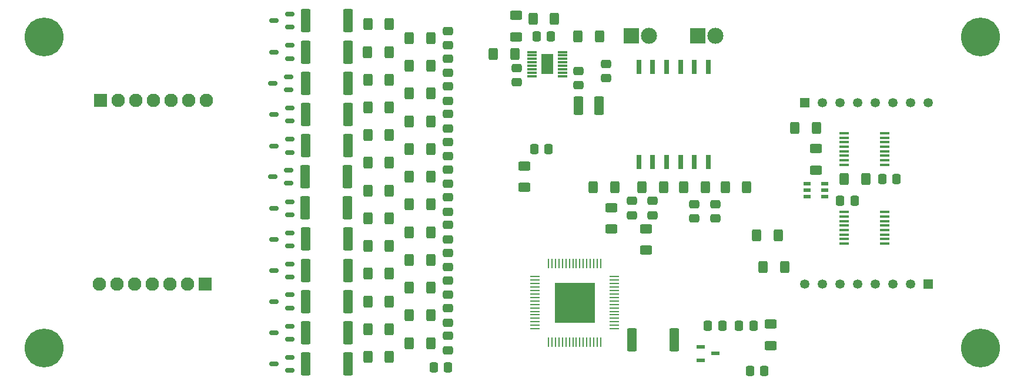
<source format=gbr>
%TF.GenerationSoftware,KiCad,Pcbnew,9.0.2*%
%TF.CreationDate,2025-05-28T14:54:03+02:00*%
%TF.ProjectId,BMS_13,424d535f-3133-42e6-9b69-6361645f7063,rev?*%
%TF.SameCoordinates,Original*%
%TF.FileFunction,Soldermask,Top*%
%TF.FilePolarity,Negative*%
%FSLAX46Y46*%
G04 Gerber Fmt 4.6, Leading zero omitted, Abs format (unit mm)*
G04 Created by KiCad (PCBNEW 9.0.2) date 2025-05-28 14:54:03*
%MOMM*%
%LPD*%
G01*
G04 APERTURE LIST*
G04 Aperture macros list*
%AMRoundRect*
0 Rectangle with rounded corners*
0 $1 Rounding radius*
0 $2 $3 $4 $5 $6 $7 $8 $9 X,Y pos of 4 corners*
0 Add a 4 corners polygon primitive as box body*
4,1,4,$2,$3,$4,$5,$6,$7,$8,$9,$2,$3,0*
0 Add four circle primitives for the rounded corners*
1,1,$1+$1,$2,$3*
1,1,$1+$1,$4,$5*
1,1,$1+$1,$6,$7*
1,1,$1+$1,$8,$9*
0 Add four rect primitives between the rounded corners*
20,1,$1+$1,$2,$3,$4,$5,0*
20,1,$1+$1,$4,$5,$6,$7,0*
20,1,$1+$1,$6,$7,$8,$9,0*
20,1,$1+$1,$8,$9,$2,$3,0*%
G04 Aperture macros list end*
%ADD10R,2.325000X2.325000*%
%ADD11C,2.325000*%
%ADD12RoundRect,0.250000X-0.475000X0.337500X-0.475000X-0.337500X0.475000X-0.337500X0.475000X0.337500X0*%
%ADD13RoundRect,0.250000X-0.400000X-0.625000X0.400000X-0.625000X0.400000X0.625000X-0.400000X0.625000X0*%
%ADD14RoundRect,0.250001X-0.462499X-1.074999X0.462499X-1.074999X0.462499X1.074999X-0.462499X1.074999X0*%
%ADD15RoundRect,0.250000X0.400000X0.625000X-0.400000X0.625000X-0.400000X-0.625000X0.400000X-0.625000X0*%
%ADD16RoundRect,0.249999X0.450001X1.425001X-0.450001X1.425001X-0.450001X-1.425001X0.450001X-1.425001X0*%
%ADD17R,1.475000X0.450000*%
%ADD18RoundRect,0.250000X0.625000X-0.400000X0.625000X0.400000X-0.625000X0.400000X-0.625000X-0.400000X0*%
%ADD19RoundRect,0.150000X0.512500X0.150000X-0.512500X0.150000X-0.512500X-0.150000X0.512500X-0.150000X0*%
%ADD20RoundRect,0.250000X-0.337500X-0.475000X0.337500X-0.475000X0.337500X0.475000X-0.337500X0.475000X0*%
%ADD21RoundRect,0.250000X-0.625000X0.400000X-0.625000X-0.400000X0.625000X-0.400000X0.625000X0.400000X0*%
%ADD22RoundRect,0.250000X0.475000X-0.337500X0.475000X0.337500X-0.475000X0.337500X-0.475000X-0.337500X0*%
%ADD23C,5.600000*%
%ADD24R,1.050000X0.550000*%
%ADD25R,0.279400X1.346200*%
%ADD26R,1.346200X0.279400*%
%ADD27R,5.791200X5.791200*%
%ADD28RoundRect,0.250000X0.337500X0.475000X-0.337500X0.475000X-0.337500X-0.475000X0.337500X-0.475000X0*%
%ADD29R,1.350000X1.350000*%
%ADD30C,1.350000*%
%ADD31R,1.300000X0.600000*%
%ADD32R,1.425000X0.300000*%
%ADD33R,1.753000X2.947000*%
%ADD34R,1.950000X1.950000*%
%ADD35C,1.950000*%
%ADD36R,0.800000X2.010000*%
%ADD37RoundRect,0.249999X-0.450001X-1.425001X0.450001X-1.425001X0.450001X1.425001X-0.450001X1.425001X0*%
G04 APERTURE END LIST*
D10*
%TO.C,J3*%
X163000000Y-68155000D03*
D11*
X165540000Y-68155000D03*
%TD*%
D12*
%TO.C,C15*%
X127000000Y-95462500D03*
X127000000Y-97537500D03*
%TD*%
D13*
%TO.C,R38*%
X115450000Y-74500000D03*
X118550000Y-74500000D03*
%TD*%
D14*
%TO.C,L1*%
X145800500Y-78250000D03*
X148775500Y-78250000D03*
%TD*%
D13*
%TO.C,R32*%
X115450000Y-82500000D03*
X118550000Y-82500000D03*
%TD*%
D15*
%TO.C,R7*%
X174550000Y-97000000D03*
X171450000Y-97000000D03*
%TD*%
%TO.C,R69*%
X175500000Y-101500000D03*
X172400000Y-101500000D03*
%TD*%
D13*
%TO.C,R24*%
X121450000Y-96500000D03*
X124550000Y-96500000D03*
%TD*%
%TO.C,R23*%
X115450000Y-94500000D03*
X118550000Y-94500000D03*
%TD*%
D16*
%TO.C,R46*%
X112600000Y-115500000D03*
X106500000Y-115500000D03*
%TD*%
D17*
%TO.C,IC3*%
X189938000Y-98150000D03*
X189938000Y-97500000D03*
X189938000Y-96850000D03*
X189938000Y-96200000D03*
X189938000Y-95550000D03*
X189938000Y-94900000D03*
X189938000Y-94250000D03*
X189938000Y-93600000D03*
X184062000Y-93600000D03*
X184062000Y-94250000D03*
X184062000Y-94900000D03*
X184062000Y-95550000D03*
X184062000Y-96200000D03*
X184062000Y-96850000D03*
X184062000Y-97500000D03*
X184062000Y-98150000D03*
%TD*%
D18*
%TO.C,R70*%
X173500000Y-112850000D03*
X173500000Y-109750000D03*
%TD*%
D12*
%TO.C,C18*%
X127000000Y-83462500D03*
X127000000Y-85537500D03*
%TD*%
D13*
%TO.C,R12*%
X121450000Y-108500000D03*
X124550000Y-108500000D03*
%TD*%
D19*
%TO.C,Q11*%
X104187500Y-66900000D03*
X104187500Y-65000000D03*
X101912500Y-65950000D03*
%TD*%
D20*
%TO.C,C1*%
X139750500Y-68250000D03*
X141825500Y-68250000D03*
%TD*%
D21*
%TO.C,R51*%
X138000000Y-86950000D03*
X138000000Y-90050000D03*
%TD*%
D22*
%TO.C,C9*%
X162500000Y-94537500D03*
X162500000Y-92462500D03*
%TD*%
D23*
%TO.C,H4*%
X203700000Y-113200000D03*
%TD*%
D12*
%TO.C,C12*%
X127000000Y-107462500D03*
X127000000Y-109537500D03*
%TD*%
D13*
%TO.C,R44*%
X115450000Y-66500000D03*
X118550000Y-66500000D03*
%TD*%
D12*
%TO.C,C17*%
X127000000Y-87462500D03*
X127000000Y-89537500D03*
%TD*%
D13*
%TO.C,R15*%
X115450000Y-110500000D03*
X118550000Y-110500000D03*
%TD*%
%TO.C,R27*%
X121450000Y-92500000D03*
X124550000Y-92500000D03*
%TD*%
D24*
%TO.C,IC2*%
X181300000Y-91400000D03*
X181300000Y-90450000D03*
X181300000Y-89500000D03*
X178700000Y-89500000D03*
X178700000Y-90450000D03*
X178700000Y-91400000D03*
%TD*%
D22*
%TO.C,C2*%
X149750000Y-74287500D03*
X149750000Y-72212500D03*
%TD*%
D18*
%TO.C,R49*%
X150500000Y-96050000D03*
X150500000Y-92950000D03*
%TD*%
D12*
%TO.C,C23*%
X127000000Y-111462500D03*
X127000000Y-113537500D03*
%TD*%
D15*
%TO.C,R52*%
X187183538Y-88818599D03*
X184083538Y-88818599D03*
%TD*%
D16*
%TO.C,R43*%
X112600000Y-66000000D03*
X106500000Y-66000000D03*
%TD*%
D20*
%TO.C,C25*%
X139425000Y-84500000D03*
X141500000Y-84500000D03*
%TD*%
D16*
%TO.C,R19*%
X112600000Y-102000000D03*
X106500000Y-102000000D03*
%TD*%
%TO.C,R31*%
X112600000Y-84000000D03*
X106500000Y-84000000D03*
%TD*%
D13*
%TO.C,R3*%
X145738000Y-68250000D03*
X148838000Y-68250000D03*
%TD*%
D25*
%TO.C,U1*%
X149000000Y-101000000D03*
X148500001Y-101000000D03*
X148000000Y-101000000D03*
X147500001Y-101000000D03*
X146999999Y-101000000D03*
X146500000Y-101000000D03*
X146000001Y-101000000D03*
X145500000Y-101000000D03*
X145000000Y-101000000D03*
X144499999Y-101000000D03*
X144000000Y-101000000D03*
X143500001Y-101000000D03*
X142999999Y-101000000D03*
X142500000Y-101000000D03*
X141999999Y-101000000D03*
X141500000Y-101000000D03*
D26*
X139573100Y-102926900D03*
X139573100Y-103426899D03*
X139573100Y-103926900D03*
X139573100Y-104426899D03*
X139573100Y-104926901D03*
X139573100Y-105426900D03*
X139573100Y-105926899D03*
X139573100Y-106426900D03*
X139573100Y-106926900D03*
X139573100Y-107426901D03*
X139573100Y-107926900D03*
X139573100Y-108426899D03*
X139573100Y-108926901D03*
X139573100Y-109426900D03*
X139573100Y-109926901D03*
X139573100Y-110426900D03*
D25*
X141500000Y-112353800D03*
X141999999Y-112353800D03*
X142500000Y-112353800D03*
X142999999Y-112353800D03*
X143500001Y-112353800D03*
X144000000Y-112353800D03*
X144499999Y-112353800D03*
X145000000Y-112353800D03*
X145500000Y-112353800D03*
X146000001Y-112353800D03*
X146500000Y-112353800D03*
X146999999Y-112353800D03*
X147500001Y-112353800D03*
X148000000Y-112353800D03*
X148500001Y-112353800D03*
X149000000Y-112353800D03*
D26*
X150926900Y-110426900D03*
X150926900Y-109926901D03*
X150926900Y-109426900D03*
X150926900Y-108926901D03*
X150926900Y-108426899D03*
X150926900Y-107926900D03*
X150926900Y-107426901D03*
X150926900Y-106926900D03*
X150926900Y-106426900D03*
X150926900Y-105926899D03*
X150926900Y-105426900D03*
X150926900Y-104926901D03*
X150926900Y-104426899D03*
X150926900Y-103926900D03*
X150926900Y-103426899D03*
X150926900Y-102926900D03*
D27*
X145250000Y-106676900D03*
%TD*%
D28*
%TO.C,C11*%
X166500000Y-110000000D03*
X164425000Y-110000000D03*
%TD*%
D12*
%TO.C,C13*%
X127000000Y-103462500D03*
X127000000Y-105537500D03*
%TD*%
D13*
%TO.C,R30*%
X121450000Y-88500000D03*
X124550000Y-88500000D03*
%TD*%
D29*
%TO.C,J5*%
X178400000Y-77800000D03*
D30*
X180940000Y-77800000D03*
X183480000Y-77800000D03*
X186020000Y-77800000D03*
X188560000Y-77800000D03*
X191100000Y-77800000D03*
X193640000Y-77800000D03*
X196180000Y-77800000D03*
%TD*%
D16*
%TO.C,R22*%
X112600000Y-97500000D03*
X106500000Y-97500000D03*
%TD*%
D15*
%TO.C,R11*%
X164050000Y-90000000D03*
X160950000Y-90000000D03*
%TD*%
D12*
%TO.C,C22*%
X127000000Y-67462500D03*
X127000000Y-69537500D03*
%TD*%
D13*
%TO.C,R42*%
X121450000Y-72500000D03*
X124550000Y-72500000D03*
%TD*%
D28*
%TO.C,C10*%
X171000000Y-110000000D03*
X168925000Y-110000000D03*
%TD*%
D13*
%TO.C,R48*%
X121450000Y-112500000D03*
X124550000Y-112500000D03*
%TD*%
D28*
%TO.C,C24*%
X127037500Y-116000000D03*
X124962500Y-116000000D03*
%TD*%
D12*
%TO.C,C14*%
X127000000Y-99462500D03*
X127000000Y-101537500D03*
%TD*%
D19*
%TO.C,Q6*%
X104050000Y-89450000D03*
X104050000Y-87550000D03*
X101775000Y-88500000D03*
%TD*%
D15*
%TO.C,R10*%
X170050000Y-90000000D03*
X166950000Y-90000000D03*
%TD*%
D23*
%TO.C,H3*%
X203700000Y-68300000D03*
%TD*%
D13*
%TO.C,R29*%
X115450000Y-86500000D03*
X118550000Y-86500000D03*
%TD*%
D19*
%TO.C,Q9*%
X104050000Y-76000000D03*
X104050000Y-74100000D03*
X101775000Y-75050000D03*
%TD*%
D13*
%TO.C,R26*%
X115450000Y-90500000D03*
X118550000Y-90500000D03*
%TD*%
D19*
%TO.C,Q4*%
X104187500Y-98500000D03*
X104187500Y-96600000D03*
X101912500Y-97550000D03*
%TD*%
%TO.C,Q3*%
X104187500Y-103000000D03*
X104187500Y-101100000D03*
X101912500Y-102050000D03*
%TD*%
D16*
%TO.C,R28*%
X112550000Y-88500000D03*
X106450000Y-88500000D03*
%TD*%
D13*
%TO.C,R17*%
X115450000Y-102500000D03*
X118550000Y-102500000D03*
%TD*%
%TO.C,R4*%
X133562465Y-70768955D03*
X136662465Y-70768955D03*
%TD*%
D31*
%TO.C,Q18*%
X163400000Y-113050000D03*
X163400000Y-114950000D03*
X165500000Y-114000000D03*
%TD*%
D32*
%TO.C,IC1*%
X139076000Y-70500000D03*
X139076000Y-71000000D03*
X139076000Y-71500000D03*
X139076000Y-72000000D03*
X139076000Y-72500000D03*
X139076000Y-73000000D03*
X139076000Y-73500000D03*
X139076000Y-74000000D03*
X143500000Y-74000000D03*
X143500000Y-73500000D03*
X143500000Y-73000000D03*
X143500000Y-72500000D03*
X143500000Y-72000000D03*
X143500000Y-71500000D03*
X143500000Y-71000000D03*
X143500000Y-70500000D03*
D33*
X141288000Y-72250000D03*
%TD*%
D28*
%TO.C,C32*%
X172575000Y-116500000D03*
X170500000Y-116500000D03*
%TD*%
D13*
%TO.C,R8*%
X147950000Y-90000000D03*
X151050000Y-90000000D03*
%TD*%
%TO.C,R39*%
X121450000Y-76500000D03*
X124550000Y-76500000D03*
%TD*%
D23*
%TO.C,H1*%
X68800000Y-68300000D03*
%TD*%
D29*
%TO.C,J4*%
X196140000Y-104000000D03*
D30*
X193600000Y-104000000D03*
X191060000Y-104000000D03*
X188520000Y-104000000D03*
X185980000Y-104000000D03*
X183440000Y-104000000D03*
X180900000Y-104000000D03*
X178360000Y-104000000D03*
%TD*%
D34*
%TO.C,J6*%
X76930000Y-77500000D03*
D35*
X79470000Y-77500000D03*
X82010000Y-77500000D03*
X84550000Y-77500000D03*
X87090000Y-77500000D03*
X89630000Y-77500000D03*
X92170000Y-77500000D03*
%TD*%
D36*
%TO.C,T1*%
X164500000Y-72655000D03*
X162500000Y-72655000D03*
X160500000Y-72655000D03*
X158500000Y-72655000D03*
X156500000Y-72655000D03*
X154500000Y-72655000D03*
X154500000Y-86345000D03*
X156500000Y-86345000D03*
X158500000Y-86345000D03*
X160500000Y-86345000D03*
X162500000Y-86345000D03*
X164500000Y-86345000D03*
%TD*%
D12*
%TO.C,C20*%
X127000000Y-75462500D03*
X127000000Y-77537500D03*
%TD*%
D28*
%TO.C,C26*%
X185575000Y-92000000D03*
X183500000Y-92000000D03*
%TD*%
D16*
%TO.C,R25*%
X112550000Y-93000000D03*
X106450000Y-93000000D03*
%TD*%
D22*
%TO.C,C7*%
X156500000Y-94037500D03*
X156500000Y-91962500D03*
%TD*%
D10*
%TO.C,J1*%
X153460000Y-68155000D03*
D11*
X156000000Y-68155000D03*
%TD*%
D22*
%TO.C,C6*%
X153500000Y-94075000D03*
X153500000Y-92000000D03*
%TD*%
D16*
%TO.C,R14*%
X112600000Y-111000000D03*
X106500000Y-111000000D03*
%TD*%
D13*
%TO.C,R41*%
X115400000Y-70500000D03*
X118500000Y-70500000D03*
%TD*%
%TO.C,R20*%
X115450000Y-98500000D03*
X118550000Y-98500000D03*
%TD*%
%TO.C,R36*%
X121450000Y-80500000D03*
X124550000Y-80500000D03*
%TD*%
%TO.C,R33*%
X121450000Y-84500000D03*
X124550000Y-84500000D03*
%TD*%
%TO.C,R35*%
X115450000Y-78500000D03*
X118550000Y-78500000D03*
%TD*%
D16*
%TO.C,R37*%
X112600000Y-75000000D03*
X106500000Y-75000000D03*
%TD*%
%TO.C,R16*%
X112600000Y-106500000D03*
X106500000Y-106500000D03*
%TD*%
D13*
%TO.C,R13*%
X115450000Y-106500000D03*
X118550000Y-106500000D03*
%TD*%
%TO.C,R45*%
X121450000Y-68500000D03*
X124550000Y-68500000D03*
%TD*%
D19*
%TO.C,Q2*%
X104187500Y-107450000D03*
X104187500Y-105550000D03*
X101912500Y-106500000D03*
%TD*%
%TO.C,Q12*%
X104187500Y-116450000D03*
X104187500Y-114550000D03*
X101912500Y-115500000D03*
%TD*%
D21*
%TO.C,R50*%
X155500000Y-96000000D03*
X155500000Y-99100000D03*
%TD*%
%TO.C,R1*%
X136788000Y-65200000D03*
X136788000Y-68300000D03*
%TD*%
D16*
%TO.C,R40*%
X112600000Y-70500000D03*
X106500000Y-70500000D03*
%TD*%
D13*
%TO.C,R21*%
X121450000Y-100500000D03*
X124550000Y-100500000D03*
%TD*%
%TO.C,R18*%
X121450000Y-104500000D03*
X124550000Y-104500000D03*
%TD*%
D12*
%TO.C,C21*%
X127000000Y-71462500D03*
X127000000Y-73537500D03*
%TD*%
D19*
%TO.C,Q5*%
X104187500Y-94000000D03*
X104187500Y-92100000D03*
X101912500Y-93050000D03*
%TD*%
D20*
%TO.C,C5*%
X189562500Y-88800000D03*
X191637500Y-88800000D03*
%TD*%
D34*
%TO.C,J2*%
X92050000Y-104000000D03*
D35*
X89510000Y-104000000D03*
X86970000Y-104000000D03*
X84430000Y-104000000D03*
X81890000Y-104000000D03*
X79350000Y-104000000D03*
X76810000Y-104000000D03*
%TD*%
D16*
%TO.C,R34*%
X112600000Y-79500000D03*
X106500000Y-79500000D03*
%TD*%
D19*
%TO.C,Q7*%
X104187500Y-85000000D03*
X104187500Y-83100000D03*
X101912500Y-84050000D03*
%TD*%
D22*
%TO.C,C8*%
X165500000Y-94537500D03*
X165500000Y-92462500D03*
%TD*%
D13*
%TO.C,R6*%
X176950000Y-81500000D03*
X180050000Y-81500000D03*
%TD*%
D23*
%TO.C,H2*%
X68800000Y-113200000D03*
%TD*%
D19*
%TO.C,Q10*%
X104187500Y-71450000D03*
X104187500Y-69550000D03*
X101912500Y-70500000D03*
%TD*%
%TO.C,Q1*%
X104187500Y-111950000D03*
X104187500Y-110050000D03*
X101912500Y-111000000D03*
%TD*%
D17*
%TO.C,IC4*%
X184062000Y-82225000D03*
X184062000Y-82875000D03*
X184062000Y-83525000D03*
X184062000Y-84175000D03*
X184062000Y-84825000D03*
X184062000Y-85475000D03*
X184062000Y-86125000D03*
X184062000Y-86775000D03*
X189938000Y-86775000D03*
X189938000Y-86125000D03*
X189938000Y-85475000D03*
X189938000Y-84825000D03*
X189938000Y-84175000D03*
X189938000Y-83525000D03*
X189938000Y-82875000D03*
X189938000Y-82225000D03*
%TD*%
D22*
%TO.C,C4*%
X136911722Y-74877204D03*
X136911722Y-72802204D03*
%TD*%
D13*
%TO.C,R47*%
X115450000Y-114500000D03*
X118550000Y-114500000D03*
%TD*%
D12*
%TO.C,C16*%
X127000000Y-91462500D03*
X127000000Y-93537500D03*
%TD*%
%TO.C,C19*%
X127000000Y-79462500D03*
X127000000Y-81537500D03*
%TD*%
D19*
%TO.C,Q8*%
X104187500Y-80450000D03*
X104187500Y-78550000D03*
X101912500Y-79500000D03*
%TD*%
D22*
%TO.C,C3*%
X145788000Y-75287500D03*
X145788000Y-73212500D03*
%TD*%
D15*
%TO.C,R2*%
X142338000Y-65750000D03*
X139238000Y-65750000D03*
%TD*%
D21*
%TO.C,R5*%
X180000000Y-84450000D03*
X180000000Y-87550000D03*
%TD*%
D13*
%TO.C,R9*%
X154950000Y-90000000D03*
X158050000Y-90000000D03*
%TD*%
D37*
%TO.C,R68*%
X153500000Y-112000000D03*
X159600000Y-112000000D03*
%TD*%
M02*

</source>
